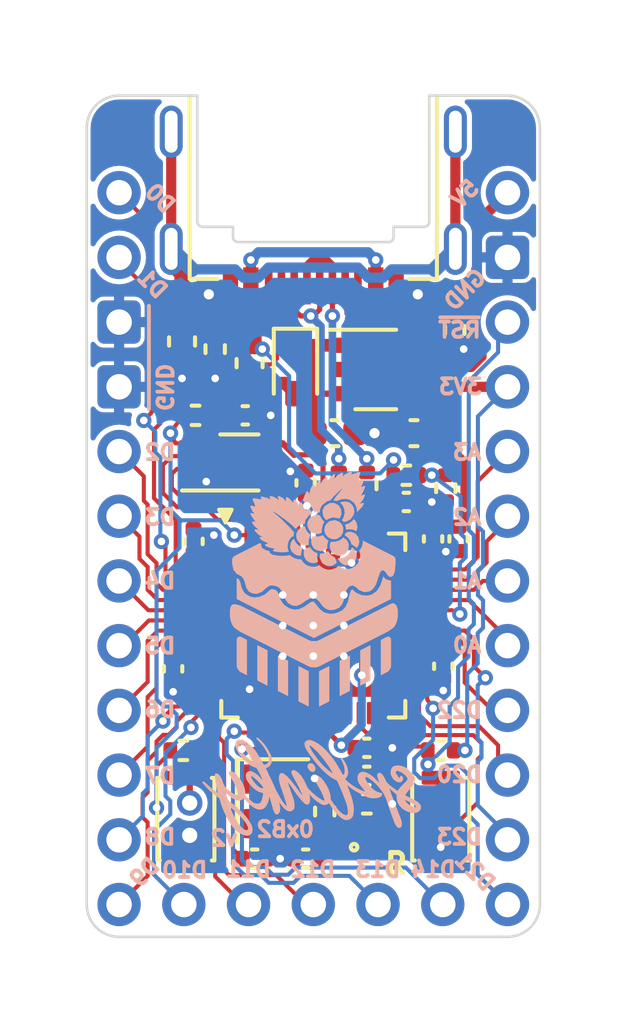
<source format=kicad_pcb>
(kicad_pcb (version 20211014) (generator pcbnew)
  (title_block (title "0xB2 - Splinky") (rev "2") (company "plut0nium"))
  (layers (0 "F.Cu" signal) (31 "B.Cu" signal) (34 "B.Paste" user) (35 "F.Paste" user) (36 "B.SilkS" user "B.Silkscreen") (37 "F.SilkS" user "F.Silkscreen") (38 "B.Mask" user) (39 "F.Mask" user) (44 "Edge.Cuts" user))
  (net 0 "")
  (net 1 "+5V")
  (net 2 "GND")
  (net 3 "+3V3")
  (net 4 "Net-(C3-Pad1)")
  (net 5 "Net-(C4-Pad1)")
  (net 6 "+1V1")
  (net 7 "Net-(D1-Pad1)")
  (net 8 "/LED")
  (net 9 "Net-(D2-Pad2)")
  (net 10 "VBUS")
  (net 11 "Net-(FB1-Pad2)")
  (net 13 "Net-(J1-PadA5)")
  (net 14 "/D-")
  (net 15 "/D+")
  (net 17 "Net-(J1-PadB5)")
  (net 18 "/D0")
  (net 19 "/D1")
  (net 20 "/D2")
  (net 21 "/D3")
  (net 22 "/D4")
  (net 23 "/D5")
  (net 24 "/D6")
  (net 25 "/D7")
  (net 26 "/D8")
  (net 27 "/D9")
  (net 28 "/D10")
  (net 29 "/D11")
  (net 30 "/D12")
  (net 31 "/D13")
  (net 32 "/D14")
  (net 33 "/MOSI")
  (net 34 "/MISO")
  (net 35 "/SCLK")
  (net 36 "/A0")
  (net 37 "/A1")
  (net 38 "/A2")
  (net 39 "/A3")
  (net 40 "/~{RESET}")
  (net 41 "/QSPI_~{CS}")
  (net 42 "Net-(R6-Pad2)")
  (net 43 "Net-(R7-Pad2)")
  (net 44 "Net-(R8-Pad2)")
  (net 49 "/VBUS_DET")
  (net 50 "/QSPI_D3")
  (net 51 "/QSPI_SCLK")
  (net 52 "/QSPI_D0")
  (net 53 "/QSPI_D2")
  (net 54 "/QSPI_D1")
  (net 56 "Net-(R3-Pad1)")
  (net 57 "/D21")
  (footprint "Capacitor_SMD:C_0402_1005Metric" (layer "F.Cu") (at 154.5 102.9)
    (fp_text reference "C14" hide)
    (fp_text value "100n")
  )
  (footprint "Capacitor_SMD:C_0402_1005Metric" (layer "F.Cu") (at 146.9 98.7 -90)
    (fp_text reference "C9" hide)
    (fp_text value "100n")
  )
  (footprint "Resistor_SMD:R_0402_1005Metric" (layer "F.Cu") (at 156.05 91.1 180)
    (fp_text reference "R10" hide)
    (fp_text value "5.1k")
  )
  (footprint "Capacitor_SMD:C_0402_1005Metric" (layer "F.Cu") (at 158.1 93.6 -90)
    (fp_text reference "C5" hide)
    (fp_text value "1µ")
  )
  (footprint "Diode_SMD:D_SOD-323" (layer "F.Cu") (at 151.7 86.85 -90)
    (fp_text reference "D2" hide)
    (fp_text value "B5817")
  )
  (footprint "Resistor_SMD:R_0402_1005Metric" (layer "F.Cu") (at 152.85 104.3 90)
    (fp_text reference "R8" hide)
    (fp_text value "1k")
  )
  (footprint "Package_TO_SOT_SMD:SOT-23-5" (layer "F.Cu") (at 154.85 86.95)
    (fp_text reference "U3" hide)
    (fp_text value "XC6210B332MR-G")
  )
  (footprint "Capacitor_SMD:C_0402_1005Metric" (layer "F.Cu") (at 147.7 93.7 90)
    (fp_text reference "C12" hide)
    (fp_text value "100n")
  )
  (footprint "Resistor_SMD:R_0402_1005Metric" (layer "F.Cu") (at 153.4 91.5 -90)
    (fp_text reference "R6" hide)
    (fp_text value "27")
  )
  (footprint "Fuse:Fuse_0603_1608Metric" (layer "F.Cu") (at 149.9 86.7 -90)
    (fp_text reference "F1" hide)
    (fp_text value "Polyfuse")
  )
  (footprint "0xLib_Connectors:PinHeader_1x05_P2.54mm" (layer "F.Cu") (at 147.32 107.95 90)
    (fp_text reference "J3" hide)
    (fp_text value "Conn_01x05")
  )
  (footprint "Capacitor_SMD:C_0402_1005Metric" (layer "F.Cu") (at 157.5 98.6 -90)
    (fp_text reference "C13" hide)
    (fp_text value "100n")
  )
  (footprint "Resistor_SMD:R_0402_1005Metric" (layer "F.Cu") (at 148.55 86.15 -90)
    (fp_text reference "R5" hide)
    (fp_text value "5.1k")
  )
  (footprint "Button_Switch_SMD:SW_SPST_CK_KXT3" (layer "F.Cu") (at 147.4 104.6 90)
    (fp_text reference "SW2" hide)
    (fp_text value "SW_Push")
  )
  (footprint "Capacitor_SMD:C_0402_1005Metric" (layer "F.Cu") (at 154.5 101.8)
    (fp_text reference "C8" hide)
    (fp_text value "100n")
  )
  (footprint "0xLib_Connectors:PinHeader_1x12_P2.54mm" (layer "F.Cu") (at 144.78 80.01)
    (fp_text reference "J2" hide)
    (fp_text value "Conn_01x12")
  )
  (footprint "0xLib_Package_DFN_QFN:USON-8-1EP_3x2mm_P0.5mm_EP0.25x1.65mm" (layer "F.Cu") (at 148.75 90.6)
    (fp_text reference "U2" hide)
    (fp_text value "W25Q32JVZP")
  )
  (footprint "Resistor_SMD:R_0402_1005Metric" (layer "F.Cu") (at 157.95 85.4 -90)
    (fp_text reference "R4" hide)
    (fp_text value "5.1k")
  )
  (footprint "0xLib_Connectors:PinHeader_1x12_P2.54mm" (layer "F.Cu") (at 160.02 107.95 180)
    (fp_text reference "J4" hide)
    (fp_text value "Conn_01x12")
  )
  (footprint "0xLib_USB_Type-C:USB_C_Receptacle_HRO_TYPE-C-31-M-14" (layer "F.Cu") (at 152.4 82.296 180)
    (fp_text reference "J1" hide)
    (fp_text value "USB_C_Receptacle_USB2.0")
  )
  (footprint "Resistor_SMD:R_0402_1005Metric" (layer "F.Cu") (at 157.4 101.9)
    (fp_text reference "R2" hide)
    (fp_text value "10k")
  )
  (footprint "Connector_PinHeader_1.27mm:PinHeader_1x02_P1.27mm_Vertical" (layer "F.Cu") (at 147.55 105.235 180)
    (fp_text reference "J5" hide)
    (fp_text value "Conn_01x02" hide)
  )
  (footprint "Capacitor_SMD:C_0402_1005Metric" (layer "F.Cu") (at 157.1 93.6 -90)
    (fp_text reference "C11" hide)
    (fp_text value "100n")
  )
  (footprint "Resistor_SMD:R_0402_1005Metric" (layer "F.Cu") (at 157.6 91.61 90)
    (fp_text reference "R11" hide)
    (fp_text value "10k")
  )
  (footprint "Crystal:Crystal_SMD_2520-4Pin_2.5x2.0mm" (layer "F.Cu") (at 150.8 103.9 -90)
    (fp_text reference "Y1" hide)
    (fp_text value "Crystal_GND24")
  )
  (footprint "Capacitor_SMD:C_0402_1005Metric" (layer "F.Cu") (at 149.73 88.75)
    (fp_text reference "C10" hide)
    (fp_text value "100n")
  )
  (footprint "Capacitor_SMD:C_0402_1005Metric" (layer "F.Cu") (at 152.1 106.15 180)
    (fp_text reference "C4" hide)
    (fp_text value "15p")
  )
  (footprint "Resistor_SMD:R_0402_1005Metric" (layer "F.Cu") (at 154.5 91.5 -90)
    (fp_text reference "R7" hide)
    (fp_text value "27")
  )
  (footprint "Inductor_SMD:L_0603_1608Metric" (layer "F.Cu") (at 147.25 85.85 90)
    (fp_text reference "FB1" hide)
    (fp_text value "FerriteBead_Small")
  )
  (footprint "Resistor_SMD:R_0402_1005Metric" (layer "F.Cu") (at 154.5 104 180)
    (fp_text reference "R1" hide)
    (fp_text value "1k")
  )
  (footprint "LED_SMD:LED_0402_1005Metric" (layer "F.Cu") (at 154.5 105.1)
    (fp_text reference "D1" hide)
    (fp_text value "LED")
  )
  (footprint "Capacitor_SMD:C_0402_1005Metric" (layer "F.Cu") (at 156.05 92.15)
    (fp_text reference "C6" hide)
    (fp_text value "1µ")
  )
  (footprint "Capacitor_SMD:C_0603_1608Metric" (layer "F.Cu") (at 156.35 89.45 180)
    (fp_text reference "C2" hide)
    (fp_text value "1µ")
  )
  (footprint "Button_Switch_SMD:SW_SPST_CK_KXT3" (layer "F.Cu") (at 157.4 104.6 90)
    (fp_text reference "SW1" hide)
    (fp_text value "SW_Push")
  )
  (footprint "Capacitor_SMD:C_0402_1005Metric" (layer "F.Cu") (at 152.1 91.4 90)
    (fp_text reference "C7" hide)
    (fp_text value "100n")
  )
  (footprint "Resistor_SMD:R_0402_1005Metric" (layer "F.Cu") (at 147.3 101.9 180)
    (fp_text reference "R3" hide)
    (fp_text value "1k")
  )
  (footprint "Resistor_SMD:R_0402_1005Metric" (layer "F.Cu") (at 147.78 88.75)
    (fp_text reference "R9" hide)
    (fp_text value "10k")
  )
  (footprint "Capacitor_SMD:C_0603_1608Metric" (layer "F.Cu") (at 153.25 89.45)
    (fp_text reference "C1" hide)
    (fp_text value "1µ")
  )
  (footprint "Capacitor_SMD:C_0402_1005Metric" (layer "F.Cu") (at 150.1 106.15)
    (fp_text reference "C3" hide)
    (fp_text value "15p")
  )
  (footprint "0xLib_Package_DFN_QFN:QFN-56-1EP_7x7mm_P0.4mm_EP3.2x3.2mm" (layer "F.Cu") (at 152.4 97)
    (fp_text reference "U1" hide)
    (fp_text value "RP2040")
  )
  (footprint "0xB2_drawings:splinky" (layer "B.Cu") (at 156.72248 101.3982 180)
    (fp_text reference "splinky" hide)
    (fp_text value "G*****" hide)
  )
  (footprint "0xB2_drawings:rb_cake" (layer "B.Cu") (at 155.922855 90.768505 180)
    (fp_text reference "rb_cake" hide)
    (fp_text value "G*****" hide)
  )
  (gr_line (start 145.95 84.45) (end 145.95 88.5) (layer "B.SilkS") (width 0.15))
  (gr_poly (pts (xy 148.95 92.95) (xy 148.7 92.45) (xy 149.2 92.45)) (layer "F.SilkS") (width 0.15) (fill solid))
  (gr_line (start 143.51 107.95) (end 143.51 77.47) (layer "Edge.Cuts") (width 0.1))
  (gr_line (start 148.05 81.35) (end 149.25 81.35) (layer "Edge.Cuts") (width 0.1))
  (gr_arc (start 155.55 81.75) (mid 155.491421 81.891421) (end 155.35 81.95) (layer "Edge.Cuts") (width 0.1))
  (gr_line (start 156.95 81.15) (end 156.95 76.2) (layer "Edge.Cuts") (width 0.1))
  (gr_arc (start 161.29 107.95) (mid 160.918026 108.848026) (end 160.02 109.22) (layer "Edge.Cuts") (width 0.1))
  (gr_line (start 147.85 76.2) (end 147.85 81.15) (layer "Edge.Cuts") (width 0.1))
  (gr_arc (start 144.78 109.22) (mid 143.881974 108.848026) (end 143.51 107.95) (layer "Edge.Cuts") (width 0.1))
  (gr_arc (start 156.95 81.15) (mid 156.891421 81.291421) (end 156.75 81.35) (layer "Edge.Cuts") (width 0.1))
  (gr_line (start 149.25 81.35) (end 149.25 81.75) (layer "Edge.Cuts") (width 0.1))
  (gr_line (start 161.29 77.47) (end 161.29 107.95) (layer "Edge.Cuts") (width 0.1))
  (gr_line (start 160.02 109.22) (end 144.78 109.22) (layer "Edge.Cuts") (width 0.1))
  (gr_line (start 144.78 76.2) (end 147.85 76.2) (layer "Edge.Cuts") (width 0.1))
  (gr_line (start 155.55 81.75) (end 155.55 81.35) (layer "Edge.Cuts") (width 0.1))
  (gr_arc (start 149.45 81.95) (mid 149.308579 81.891421) (end 149.25 81.75) (layer "Edge.Cuts") (width 0.1))
  (gr_line (start 156.95 76.2) (end 160.02 76.2) (layer "Edge.Cuts") (width 0.1))
  (gr_arc (start 148.05 81.35) (mid 147.908579 81.291421) (end 147.85 81.15) (layer "Edge.Cuts") (width 0.1))
  (gr_arc (start 160.02 76.2) (mid 160.918026 76.571974) (end 161.29 77.47) (layer "Edge.Cuts") (width 0.1))
  (gr_line (start 155.55 81.35) (end 156.75 81.35) (layer "Edge.Cuts") (width 0.1))
  (gr_arc (start 143.51 77.47) (mid 143.881974 76.571974) (end 144.78 76.2) (layer "Edge.Cuts") (width 0.1))
  (gr_line (start 149.45 81.95) (end 155.35 81.95) (layer "Edge.Cuts") (width 0.1))
  (gr_text "v2" (at 148.9 105.35) (layer "B.SilkS") (effects (font (size 0.6 0.6)) (justify mirror)))
  (gr_text "0xB2" (at 151.3 105) (layer "B.SilkS") (effects (font (size 0.6 0.6)) (justify mirror)))
  (segment (start 158.75 83.6) (end 158.77452 83.57548) (width 0.3) (layer "F.Cu") (net 1))
  (segment (start 158.75 85.587076) (end 158.999511 85.9) (width 0.4) (layer "F.Cu") (net 1))
  (segment (start 151.9 86) (end 151.7 85.8) (width 0.5) (layer "F.Cu") (net 1))
  (segment (start 158.589748 86.849511) (end 157.699511 86.849511) (width 0.4) (layer "F.Cu") (net 1))
  (segment (start 160.02 80.01) (end 158.8 81.23) (width 0.4) (layer "F.Cu") (net 1))
  (segment (start 152.5 86) (end 151.9 86) (width 0.5) (layer "F.Cu") (net 1))
  (segment (start 153.7125 87.9) (end 152.55 87.9) (width 0.25) (layer "F.Cu") (net 1))
  (segment (start 158.75 83.6) (end 158.75 85.587076) (width 0.4) (layer "F.Cu") (net 1))
  (segment (start 155.25 85.25) (end 154.5 86) (width 0.4) (layer "F.Cu") (net 1))
  (segment (start 158.999511 85.9) (end 158.999511 86.439748) (width 0.4) (layer "F.Cu") (net 1))
  (segment (start 157.1 85.6) (end 156.75 85.25) (width 0.4) (layer "F.Cu") (net 1))
  (segment (start 154.5 86) (end 153.7125 86) (width 0.4) (layer "F.Cu") (net 1))
  (segment (start 157.1 86.25) (end 157.1 85.6) (width 0.4) (layer "F.Cu") (net 1))
  (segment (start 152.55 86) (end 152.55 87.9) (width 0.5) (layer "F.Cu") (net 1))
  (segment (start 158.77452 83.57548) (end 158.77452 81.25) (width 0.3) (layer "F.Cu") (net 1))
  (segment (start 153.7125 86) (end 152.5 86) (width 0.5) (layer "F.Cu") (net 1))
  (segment (start 156.75 85.25) (end 155.25 85.25) (width 0.4) (layer "F.Cu") (net 1))
  (segment (start 152.55 89.025) (end 152.475 89.45) (width 0.5) (layer "F.Cu") (net 1))
  (segment (start 157.699511 86.849511) (end 157.1 86.25) (width 0.4) (layer "F.Cu") (net 1))
  (segment (start 152.55 87.9) (end 152.55 89.025) (width 0.5) (layer "F.Cu") (net 1))
  (segment (start 158.999511 86.439748) (end 158.589748 86.849511) (width 0.4) (layer "F.Cu") (net 1))
  (segment (start 154.9 89.3) (end 154.9 87.2) (width 0.4) (layer "F.Cu") (net 2))
  (segment (start 155.5 101.8) (end 154.98 101.8) (width 0.4) (layer "F.Cu") (net 2))
  (segment (start 147.2725 86.66) (end 147.25 86.6375) (width 0.4) (layer "F.Cu") (net 2))
  (segment (start 147.25 86.6375) (end 147.25 87.3) (width 0.4) (layer "F.Cu") (net 2))
  (segment (start 155.65 84) (end 155.65 83.671) (width 0.4) (layer "F.Cu") (net 2))
  (segment (start 151.5 90.95) (end 152.07 91) (width 0.25) (layer "F.Cu") (net 2))
  (segment (start 147.72 93.22) (end 147.7 93.22) (width 0.25) (layer "F.Cu") (net 2))
  (segment (start 150.58 106.15) (end 150.58 106.105) (width 0.25) (layer "F.Cu") (net 2))
  (segment (start 152.07 91) (end 152.1 90.97) (width 0.25) (layer "F.Cu") (net 2))
  (segment (start 154.65 86.95) (end 153.7125 86.95) (width 0.4) (layer "F.Cu") (net 2))
  (segment (start 150.25 104.925) (end 150.1 104.775) (width 0.25) (layer "F.Cu") (net 2))
  (segment (start 148.5 93.45) (end 148 93.45) (width 0.25) (layer "F.Cu") (net 2))
  (segment (start 151.194775 99.70048) (end 151.4 99.905705) (width 0.2) (layer "F.Cu") (net 2))
  (segment (start 157.08 92.12) (end 157.05 92.15) (width 0.16) (layer "F.Cu") (net 2))
  (segment (start 148.55 86.66) (end 148.55 87.3) (width 0.4) (layer "F.Cu") (net 2))
  (segment (start 155.5 104) (end 155.01 104) (width 0.25) (layer "F.Cu") (net 2))
  (segment (start 154.9 87.2) (end 154.65 86.95) (width 0.4) (layer "F.Cu") (net 2))
  (segment (start 147.55 106.075) (end 147.4 106.225) (width 0.4) (layer "F.Cu") (net 2))
  (segment (start 151.525 103) (end 151.5 103.025) (width 0.4) (layer "F.Cu") (net 2))
  (segment (start 157.6 92.12) (end 157.08 92.12) (width 0.16) (layer "F.Cu") (net 2))
  (segment (start 151.5 103.025) (end 150.1 104.775) (width 0.4) (layer "F.Cu") (net 2))
  (segment (start 147.45 91.35) (end 148.75 91.35) (width 0.25) (layer "F.Cu") (net 2))
  (segment (start 151.1 106.15) (end 151.62 106.15) (width 0.4) (layer "F.Cu") (net 2))
  (segment (start 150.58 106.105) (end 150.25 105.775) (width 0.25) (layer "F.Cu") (net 2))
  (segment (start 157.4 105.7) (end 157.4 106.225) (width 0.4) (layer "F.Cu") (net 2))
  (segment (start 156.5 84) (end 155.65 84) (width 0.4) (layer "F.Cu") (net 2))
  (segment (start 157.62 94.08) (end 157.6 94.1) (width 0.25) (layer "F.Cu") (net 2))
  (segment (start 154.98 102.9) (end 154.98 103.97) (width 0.25) (layer "F.Cu") (net 2))
  (segment (start 148 93.45) (end 147.72 93.22) (width 0.25) (layer "F.Cu") (net 2))
  (segment (start 150.25 105.775) (end 150.25 104.925) (width 0.25) (layer "F.Cu") (net 2))
  (segment (start 154.025 89.45) (end 154.8 89.45) (width 0.6) (layer "F.Cu") (net 2))
  (segment (start 150.21 88.75) (end 150.73 88.75) (width 0.25) (layer "F.Cu") (net 2))
  (segment (start 151.1 106.15) (end 150.58 106.15) (width 0.4) (layer "F.Cu") (net 2))
  (segment (start 154.98 101.8) (end 154.98 102.9) (width 0.25) (layer "F.Cu") (net 2))
  (segment (start 148.3 84) (end 149.15 84) (width 0.4) (layer "F.Cu") (net 2))
  (segment (start 150.58 106.15) (end 151.62 106.15) (width 0.4) (layer "F.Cu") (net 2))
  (segment (start 158.1 94.08) (end 157.62 94.08) (width 0.25) (layer "F.Cu") (net 2))
  (segment (start 146.9 99.28) (end 146.9 99.75) (width 0.25) (layer "F.Cu") (net 2))
  (segment (start 157.1 94.08) (end 157.58 94.08) (width 0.25) (layer "F.Cu") (net 2))
  (segment (start 157.58 94.08) (end 157.6 94.1) (width 0.25) (layer "F.Cu") (net 2))
  (segment (start 154.8 89.45) (end 155.5 89.45) (width 0.6) (layer "F.Cu") (net 2))
  (segment (start 147.55 105.235) (end 147.55 106.075) (width 0.4) (layer "F.Cu") (net 2))
  (segment (start 151.4 99.905705) (end 151.4 100.4375) (width 0.2) (layer "F.Cu") (net 2))
  (segment (start 150.10048 99.70048) (end 151.194775 99.70048) (width 0.2) (layer "F.Cu") (net 2))
  (segment (start 154.8 89.45) (end 154.9 89.3) (width 0.4) (layer "F.Cu") (net 2))
  (segment (start 149.15 84) (end 149.15 83.671) (width 0.4) (layer "F.Cu") (net 2))
  (segment (start 149.9 99.5) (end 150.10048 99.70048) (width 0.2) (layer "F.Cu") (net 2))
  (segment (start 148.75 91.35) (end 148.75 90.6) (width 0.25) (layer "F.Cu") (net 2))
  (segment (start 148.6 86.66) (end 147.2725 86.66) (width 0.4) (layer "F.Cu") (net 2))
  (segment (start 152.45 103) (end 151.525 103) (width 0.4) (layer "F.Cu") (net 2))
  (via (at 148.3 84) (size 0.8) (drill 0.4) (layers "F.Cu" "B.Cu") (net 2))
  (via (at 155.5 104) (size 0.6) (drill 0.3) (layers "F.Cu" "B.Cu") (net 2))
  (via (at 157.5 99.55) (size 0.6) (drill 0.3) (layers "F.Cu" "B.Cu") (net 2))
  (via (at 157.6 94.1) (size 0.6) (drill 0.3) (layers "F.Cu" "B.Cu") (net 2))
  (via (at 156.5 84) (size 0.8) (drill 0.4) (layers "F.Cu" "B.Cu") (net 2))
  (via (at 152.4 95.8) (size 0.6) (drill 0.3) (layers "F.Cu" "B.Cu") (net 2))
  (via (at 151.1 106.15) (size 0.6) (drill 0.3) (layers "F.Cu" "B.Cu") (net 2))
  (via (at 153.6 98.2) (size 0.6) (drill 0.3) (layers "F.Cu" "B.Cu") (net 2))
  (via (at 152.45 103) (size 0.6) (drill 0.3) (layers "F.Cu" "B.Cu") (net 2))
  (via (at 148.2 91.35) (size 0.6) (drill 0.3) (layers "F.Cu" "B.Cu") (net 2))
  (via (at 152.4 98.2) (size 0.6) (drill 0.3) (layers "F.Cu" "B.Cu") (net 2))
  (via (at 155.5 101.8) (size 0.6) (drill 0.3) (layers "F.Cu" "B.Cu") (net 2))
  (via (at 153.6 95.8) (size 0.6) (drill 0.3) (layers "F.Cu" "B.Cu") (net 2))
  (via (at 158.3 86.15) (size 0.6) (drill 0.3) (layers "F.Cu" "B.Cu") (net 2))
  (via (at 150.73 88.75) (size 0.6) (drill 0.3) (layers "F.Cu" "B.Cu") (net 2))
  (via (at 151.2 97) (size 0.6) (drill 0.3) (layers "F.Cu" "B.Cu") (net 2))
  (via (at 148.55 87.3) (size 0.6) (drill 0.3) (layers "F.Cu" "B.Cu") (net 2))
  (via (at 154.8 89.45) (size 0.8) (drill 0.4) (layers "F.Cu" "B.Cu") (net 2))
  (via (at 151.2 98.2) (size 0.6) (drill 0.3) (layers "F.Cu" "B.Cu") (net 2))
  (via (at 151.2 95.8) (size 0.6) (drill 0.3) (layers "F.Cu" "B.Cu") (net 2))
  (via (at 147.25 87.3) (size 0.6) (drill 0.3) (layers "F.Cu" "B.Cu") (net 2))
  (via (at 148.5 93.45) (size 0.6) (drill 0.3) (layers "F.Cu" "B.Cu") (net 2))
  (via (at 149.9 99.5) (size 0.6) (drill 0.3) (layers "F.Cu" "B.Cu") (net 2))
  (via (at 153.6 97) (size 0.6) (drill 0.3) (layers "F.Cu" "B.Cu") (net 2))
  (via (at 152.4 97) (size 0.6) (drill 0.3) (layers "F.Cu" "B.Cu") (net 2))
  (via (at 157.4 105.7) (size 0.6) (drill 0.3) (layers "F.Cu" "B.Cu") (net 2))
  (via (at 146.9 99.6) (size 0.6) (drill 0.3) (layers "F.Cu" "B.Cu") (net 2))
  (via (at 151.5 90.95) (size 0.6) (drill 0.3) (layers "F.Cu" "B.Cu") (net 2))
  (via (at 157.05 92.15) (size 0.6) (drill 0.3) (layers "F.Cu" "B.Cu") (net 2))
  (segment (start 152.6 100.4375) (end 152.6 101.7) (width 0.2) (layer "F.Cu") (net 3))
  (segment (start 153.87 102.75) (end 154.02 102.9) (width 0.2) (layer "F.Cu") (net 3))
  (segment (start 149.75 89.85) (end 149.25 89.35) (width 0.25) (layer "F.Cu") (net 3))
  (segment (start 156.35 86.6) (end 157.38 87.63) (width 0.4) (layer "F.Cu") (net 3))
  (segment (start 156.15 93.12) (end 157.1 93.12) (width 0.4) (layer "F.Cu") (net 3))
  (segment (start 154.682503 92.982503) (end 154.982503 92.982503) (width 0.2) (layer "F.Cu") (net 3))
  (segment (start 155 93.5625) (end 155 93) (width 0.2) (layer "F.Cu") (net 3))
  (segment (start 155.8375 98) (end 155 98) (width 0.2) (layer "F.Cu") (net 3))
  (segment (start 152.6 93.5625) (end 152.6 92.75) (width 0.2) (layer "F.Cu") (net 3))
  (segment (start 156.15 93.12) (end 156.15 94.4) (width 0.2) (layer "F.Cu") (net 3))
  (segment (start 147.22 98) (end 146.9 98.32) (width 0.2) (layer "F.Cu") (net 3))
  (segment (start 157.25 89.55) (end 157.25 89.275) (width 0.4) (layer "F.Cu") (net 3))
  (segment (start 148.29 88.75) (end 149.25 88.75) (width 0.25) (layer "F.Cu") (net 3))
  (segment (start 155.67 93.12) (end 155.532503 92.982503) (width 0.2) (layer "F.Cu") (net 3))
  (segment (start 158.1 93.12) (end 158.37048 92.84952) (width 0.4) (layer "F.Cu") (net 3))
  (segment (start 157.125 89.45) (end 157.3 89.275) (width 0.4) (layer "F.Cu") (net 3))
  (segment (start 156.35 86.6) (end 156.35 86) (width 0.4) (layer "F.Cu") (net 3))
  (segment (start 155.8375 98) (end 157.53 98) (width 0.2) (layer "F.Cu") (net 3))
  (segment (start 157.3 87.63) (end 157.58 87.63) (width 0.4) (layer "F.Cu") (net 3))
  (segment (start 152.78048 90.58048) (end 152.78048 92.53048) (width 0.2) (layer "F.Cu") (net 3))
  (segment (start 149.25 89.35) (end 149.25 88.75) (width 0.25) (layer "F.Cu") (net 3))
  (segment (start 156.35 86) (end 155.9875 86) (width 0.4) (layer "F.Cu") (net 3))
  (segment (start 155 93.5625) (end 155 94.4) (width 0.2) (layer "F.Cu") (net 3))
  (segment (start 147.92 94.4) (end 147.7 94.18) (width 0.2) (layer "F.Cu") (net 3))
  (segment (start 150.15 89.85) (end 149.75 89.85) (width 0.25) (layer "F.Cu") (net 3))
  (segment (start 155 93) (end 154.982503 92.982503) (width 0.2) (layer "F.Cu") (net 3))
  (segment (start 157.38 87.63) (end 157.58 87.63) (width 0.4) (layer "F.Cu") (net 3))
  (segment (start 155 94.4) (end 155.8375 94.4) (width 0.2) (layer "F.Cu") (net 3))
  (segment (start 153 93.5625) (end 153 94.4) (width 0.2) (layer "F.Cu") (net 3))
  (segment (start 154.6 93.5625) (end 154.6 94.4) (width 0.2) (layer "F.Cu") (net 3))
  (segment (start 152.78048 92.53048) (end 153 92.75) (width 0.2) (layer "F.Cu") (net 3))
  (segment (start 157.3 89.275) (end 157.3 87.63) (width 0.4) (layer "F.Cu") (net 3))
  (segment (start 151.2 89.85) (end 150.05 89.85) (width 0.25) (layer "F.Cu") (net 3))
  (segment (start 156.15 93.12) (end 155.67 93.12) (width 0.2) (layer "F.Cu") (net 3))
  (segment (start 148.9625 98) (end 147.22 98) (width 0.2) (layer "F.Cu") (net 3))
  (segment (start 153.65 102.75) (end 153.87 102.75) (width 0.2) (layer "F.Cu") (net 3))
  (segment (start 151.65 90.3) (end 151.2 89.85) (width 0.25) (layer "F.Cu") (net 3))
  (segment (start 148.9625 98) (end 150 98) (width 0.2) (layer "F.Cu") (net 3))
  (segment (start 152.6 92.75) (end 152.8 92.55) (width 0.2) (layer "F.Cu") (net 3))
  (segment (start 148.9625 94.4) (end 149.8 94.4) (width 0.2) (layer "F.Cu") (net 3))
  (segment (start 157.91 101.9) (end 158.35 101.9) (width 0.25) (layer "F.Cu") (net 3))
  (segment (start 154.6 93.5625) (end 154.6 93.065006) (width 0.2) (layer "F.Cu") (net 3))
  (segment (start 155.532503 92.982503) (end 154.982503 92.982503) (width 0.2) (layer "F.Cu") (net 3))
  (segment (start 152.5 90.3) (end 152.78048 90.58048) (width 0.2) (layer "F.Cu") (net 3))
  (segment (start 152.6 100.4375) (end 152.6 99.6) (width 0.2) (layer "F.Cu") (net 3))
  (segment (start 154.6 93.065006) (end 154.682503 92.982503) (width 0.2) (layer "F.Cu") (net 3))
  (segment (start 153 92.75) (end 153 93.5625) (width 0.2) (layer "F.Cu") (net 3))
  (segment (start 158.37048 90.67048) (end 157.25 89.55) (width 0.4) (layer "F.Cu") (net 3))
  (segment (start 148.9625 94.4) (end 147.92 94.4) (width 0.2) (layer "F.Cu") (net 3))
  (segment (start 151.65 90.3) (end 152.5 90.3) (width 0.2) (layer "F.Cu") (net 3))
  (segment (start 158.37048 92.84952) (end 158.37048 90.67048) (width 0.4) (layer "F.Cu") (net 3))
  (segment (start 158.1 93.12) (end 157.1 93.12) (width 0.4) (layer "F.Cu") (net 3))
  (segment (start 152.6 101.7) (end 153.65 102.75) (width 0.2) (layer "F.Cu") (net 3))
  (segment (start 157.58 87.63) (end 160.02 87.63) (width 0.4) (layer "F.Cu") (net 3))
  (segment (start 152.6 93.5625) (end 152.6 94.4) (width 0.2) (layer "F.Cu") (net 3))
  (via (at 158.35 101.9) (size 0.6) (drill 0.3) (layers "F.Cu" "B.Cu") (net 3))
  (segment (start 159.05952 96.00952) (end 158.85952 95.80952) (width 0.16) (layer "B.Cu") (net 3))
  (segment (start 159.05952 93.30952) (end 158.85952 93.10952) (width 0.16) (layer "B.Cu") (net 3))
  (segment (start 158.85 97.3) (end 159.05952 97.09048) (width 0.16) (layer "B.Cu") (net 3))
  (segment (start 159.05952 97.09048) (end 159.05952 96.00952) (width 0.16) (layer "B.Cu") (net 3))
  (segment (start 158.439031 101.810969) (end 158.439031 98.901192) (width 0.16) (layer "B.Cu") (net 3))
  (segment (start 158.35 101.9) (end 158.439031 101.810969) (width 0.16) (layer "B.Cu") (net 3))
  (segment (start 158.85952 93.10952) (end 158.85952 88.79048) (width 0.16) (layer "B.Cu") (net 3))
  (segment (start 158.439031 98.901192) (end 158.85 98.490223) (width 0.16) (layer "B.Cu") (net 3))
  (segment (start 158.85 98.490223) (end 158.85 97.3) (width 0.16) (layer "B.Cu") (net 3))
  (segment (start 159.05952 94.64048) (end 159.05952 93.30952) (width 0.16) (layer "B.Cu") (net 3))
  (segment (start 158.85952 95.80952) (end 158.85952 94.84048) (width 0.16) (layer "B.Cu") (net 3))
  (segment (start 158.85952 88.79048) (end 160.02 87.63) (width 0.16) (layer "B.Cu") (net 3))
  (segment (start 158.85952 94.84048) (end 159.05952 94.64048) (width 0.16) (layer "B.Cu") (net 3))
  (segment (start 150.95 102.1) (end 151.6 102.1) (width 0.16) (layer "F.Cu") (net 4))
  (segment (start 151.8 101.9) (end 151.8 100.4375) (width 0.16) (layer "F.Cu") (net 4))
  (segment (start 150.1 103.025) (end 150.1 102.95) (width 0.16) (layer "F.Cu") (net 4))
  (segment (start 150.1 103.025) (end 150.1 103.1) (width 0.16) (layer "F.Cu") (net 4))
  (segment (start 151.6 102.1) (end 151.8 101.9) (width 0.16) (layer "F.Cu") (net 4))
  (segment (start 150.1 102.95) (end 150.95 102.1) (width 0.16) (layer "F.Cu") (net 4))
  (segment (start 149.25 103.95) (end 149.25 105.78) (width 0.16) (layer "F.Cu") (net 4))
  (segment (start 150.1 103.1) (end 149.25 103.95) (width 0.16) (layer "F.Cu") (net 4))
  (segment (start 149.25 105.78) (end 149.62 106.15) (width 0.16) (layer "F.Cu") (net 4))
  (segment (start 151.5 104.775) (end 152.58 106.15) (width 0.25) (layer "F.Cu") (net 5))
  (segment (start 152.9 104.81) (end 151.535 104.81) (width 0.2) (layer "F.Cu") (net 5))
  (segment (start 155.57 92.19) (end 155.57 92.15) (width 0.2) (layer "F.Cu") (net 6))
  (segment (start 153.92 101.7) (end 154.02 101.8) (width 0.2) (layer "F.Cu") (net 6))
  (segment (start 154.35952 95) (end 154.35952 98.664564) (width 0.32) (layer "F.Cu") (net 6))
  (segment (start 154.2 94.24048) (end 153.9 94.54048) (width 0.2) (layer "F.Cu") (net 6))
  (segment (start 153 101.2) (end 153 100.4375) (width 0.2) (layer "F.Cu") (net 6))
  (segment (start 153.5 101.7) (end 153 101.2) (width 0.2) (layer "F.Cu") (net 6))
  (segment (start 155.18048 92.57952) (end 155.57 92.19) (width 0.2) (layer "F.Cu") (net 6))
  (segment (start 154.35952 98.89048) (end 154.35952 98.664564) (width 0.32) (layer "F.Cu") (net 6))
  (segment (start 154.2 93.5625) (end 154.2 94.24048) (width 0.2) (layer "F.Cu") (net 6))
  (segment (start 152.2 93.5625) (end 152.2 92.03) (width 0.2) (layer "F.Cu") (net 6))
  (segment (start 154.52048 92.57952) (end 155.18048 92.57952) (width 0.2) (layer "F.Cu") (net 6))
  (segment (start 153.5 101.7) (end 153.92 101.7) (width 0.2) (layer "F.Cu") (net 6))
  (segment (start 152.2 92.03) (end 152.1 91.93) (width 0.2) (layer "F.Cu") (net 6))
  (segment (start 154.3 98.95) (end 154.35952 98.89048) (width 0.32) (layer "F.Cu") (net 6))
  (segment (start 153.9 94.54048) (end 154.35952 95) (width 0.32) (layer "F.Cu") (net 6))
  (segment (start 154.2 93.5625) (end 154.2 92.9) (width 0.2) (layer "F.Cu") (net 6))
  (segment (start 154.2 92.9) (end 154.52048 92.57952) (width 0.2) (layer "F.Cu") (net 6))
  (via (at 153.9 94.54048) (size 0.6) (drill 0.3) (layers "F.Cu" "B.Cu") (net 6))
  (via (at 153.5 101.7) (size 0.6) (drill 0.3) (layers "F.Cu" "B.Cu") (net 6))
  (via (at 154.3 98.95) (size 0.6) (drill 0.3) (layers "F.Cu" "B.Cu") (net 6))
  (via (at 152.15 92.3) (size 0.6) (drill 0.3) (layers "F.Cu" "B.Cu") (net 6))
  (segment (start 154.3 100.9) (end 154.3 98.95) (width 0.32) (layer "B.Cu") (net 6))
  (segment (start 153.04048 94.54048) (end 152.15 93.65) (width 0.3) (layer "B.Cu") (net 6))
  (segment (start 153.5 101.7) (end 154.3 100.9) (width 0.32) (layer "B.Cu") (net 6))
  (segment (start 153.9 94.54048) (end 153.04048 94.54048) (width 0.3) (layer "B.Cu") (net 6))
  (segment (start 152.15 93.65) (end 152.15 92.3) (width 0.3) (layer "B.Cu") (net 6))
  (segment (start 153.99 104) (end 153.99 105.075) (width 0.2) (layer "F.Cu") (net 7))
  (segment (start 158.675 101.3) (end 159 101.625) (width 0.16) (layer "F.Cu") (net 8))
  (segment (start 155 100.75) (end 155.85 100.75) (width 0.16) (layer "F.Cu") (net 8))
  (segment (start 156.4 101.3) (end 158.675 101.3) (width 0.16) (layer "F.Cu") (net 8))
  (segment (start 158.85 103.95) (end 157.7 105.1) (width 0.16) (layer "F.Cu") (net 8))
  (segment (start 155.85 100.75) (end 156.4 101.3) (width 0.16) (layer "F.Cu") (net 8))
  (segment (start 155 100.4375) (end 155 100.75) (width 0.16) (layer "F.Cu") (net 8))
  (segment (start 159 101.625) (end 159 102.1) (width 0.16) (layer "F.Cu") (net 8))
  (segment (start 159 102.1) (end 158.85 102.25) (width 0.16) (layer "F.Cu") (net 8))
  (segment (start 158.85 102.25) (end 158.85 103.95) (width 0.16) (layer "F.Cu") (net 8))
  (segment (start 157.7 105.1) (end 154.985 105.1) (width 0.16) (layer "F.Cu") (net 8))
  (segment (start 151.7 87.9) (end 151.2875 87.4875) (width 0.5) (layer "F.Cu") (net 9))
  (segment (start 151.2875 87.4875) (end 149.9 87.4875) (width 0.5) (layer "F.Cu") (net 9))
  (segment (start 149.95 84.95) (end 149.95 85.8625) (width 0.5) (layer "F.Cu") (net 10))
  (segment (start 149.95 83.671) (end 149.95 84.95) (width 0.5) (layer "F.Cu") (net 10))
  (segment (start 149.95 85.8625) (end 150.4 86.15) (width 0.4) (layer "F.Cu") (net 10))
  (segment (start 149.95 82.65) (end 149.95 83.671) (width 0.4) (layer "F.Cu") (net 10))
  (segment (start 155.54 90.64) (end 155.54 91.1) (width 0.16) (layer "F.Cu") (net 10))
  (segment (start 155.55 90.5) (end 155.54 90.64) (width 0.16) (layer "F.Cu") (net 10))
  (segment (start 154.85 83.671) (end 154.85 82.65) (width 0.4) (layer "F.Cu") (net 10))
  (via (at 155.55 90.5) (size 0.6) (drill 0.3) (layers "F.Cu" "B.Cu") (net 10))
  (via (at 149.95 82.65) (size 0.6) (drill 0.3) (layers "F.Cu" "B.Cu") (net 10))
  (via (at 150.4 86.15) (size 0.6) (drill 0.3) (layers "F.Cu" "B.Cu") (net 10))
  (via (at 154.85 82.65) (size 0.6) (drill 0.3) (layers "F.Cu" "B.Cu") (net 10))
  (segment (start 151.45 90) (end 151.45 87.2) (width 0.16) (layer "B.Cu") (net 10))
  (segment (start 154.55 82.35) (end 150.25 82.35) (width 0.4) (layer "B.Cu") (net 10))
  (segment (start 155.55 90.5) (end 155.020489 91.029511) (width 0.16) (layer "B.Cu") (net 10))
  (segment (start 154.85 82.65) (end 154.55 82.35) (width 0.4) (layer "B.Cu") (net 10))
  (segment (start 155.020489 91.029511) (end 152.479511 91.029511) (width 0.16) (layer "B.Cu") (net 10))
  (segment (start 152.479511 91.029511) (end 151.45 90) (width 0.16) (layer "B.Cu") (net 10))
  (segment (start 150.25 82.35) (end 149.95 82.65) (width 0.4) (layer "B.Cu") (net 10))
  (segment (start 151.45 87.2) (end 150.4 86.15) (width 0.16) (layer "B.Cu") (net 10))
  (segment (start 146.825 77.616) (end 146.825 82.216) (width 0.4) (layer "F.Cu") (net 11))
  (segment (start 147.25 85.0625) (end 147.25 83.2) (width 0.6) (layer "F.Cu") (net 11))
  (segment (start 146.825 82.775) (end 146.825 82.216) (width 0.6) (layer "F.Cu") (net 11))
  (segment (start 147.25 83.2) (end 146.825 82.775) (width 0.6) (layer "F.Cu") (net 11))
  (segment (start 157.975 77.616) (end 157.975 82.216) (width 0.4) (layer "F.Cu") (net 11))
  (segment (start 147.629521 83.020521) (end 146.825 82.216) (width 0.6) (layer "B.Cu") (net 11))
  (segment (start 154.560252 83.349511) (end 154.160261 82.94952) (width 0.4) (layer "B.Cu") (net 11))
  (segment (start 157.975 82.216) (end 157.170479 83.020521) (width 0.6) (layer "B.Cu") (net 11))
  (segment (start 149.660252 83.349511) (end 149.331262 83.020521) (width 0.4) (layer "B.Cu") (net 11))
  (segment (start 150.239748 83.349511) (end 149.660252 83.349511) (width 0.4) (layer "B.Cu") (net 11))
  (segment (start 155.139748 83.349511) (end 154.560252 83.349511) (width 0.4) (layer "B.Cu") (net 11))
  (segment (start 155.468738 83.020521) (end 155.139748 83.349511) (width 0.4) (layer "B.Cu") (net 11))
  (segment (start 154.160261 82.94952) (end 150.639739 82.94952) (width 0.4) (layer "B.Cu") (net 11))
  (segment (start 149.331262 83.020521) (end 147.629521 83.020521) (width 0.4) (layer "B.Cu") (net 11))
  (segment (start 150.639739 82.94952) (end 150.239748 83.349511) (width 0.4) (layer "B.Cu") (net 11))
  (segment (start 157.170479 83.020521) (end 155.468738 83.020521) (width 0.4) (layer "B.Cu") (net 11))
  (segment (start 153.7 83.721) (end 153.65 83.671) (width 0.16) (layer "F.Cu") (net 13))
  (segment (start 153.7 84.75) (end 153.7 83.721) (width 0.16) (layer "F.Cu") (net 13))
  (segment (start 154.65 85) (end 153.95 85) (width 0.16) (layer "F.Cu") (net 13))
  (segment (start 153.95 85) (end 153.7 84.75) (width 0.16) (layer "F.Cu") (net 13))
  (segment (start 157.95 84.89) (end 157.83048 84.77048) (width 0.16) (layer "F.Cu") (net 13))
  (segment (start 157.83048 84.77048) (end 154.87952 84.77048) (width 0.16) (layer "F.Cu") (net 13))
  (segment (start 154.87952 84.77048) (end 154.65 85) (width 0.16) (layer "F.Cu") (net 13))
  (segment (start 152.3 82.65) (end 153 82.65) (width 0.2) (layer "F.Cu") (net 14))
  (segment (start 152.15 82.8) (end 152.3 82.65) (width 0.2) (layer "F.Cu") (net 14))
  (segment (start 153 82.65) (end 153.15 82.8) (width 0.2) (layer "F.Cu") (net 14))
  (segment (start 153.15 84.85) (end 153.15 83.671) (width 0.2) (layer "F.Cu") (net 14))
  (segment (start 152.15 83.671) (end 152.15 82.8) (width 0.2) (layer "F.Cu") (net 14))
  (segment (start 153.15 82.8) (end 153.15 83.671) (width 0.2) (layer "F.Cu") (net 14))
  (via (at 153.15 84.85) (size 0.6) (drill 0.3) (layers "F.Cu" "B.Cu") (net 14))
  (via (at 154.5 90.45) (size 0.6) (drill 0.3) (layers "F.Cu" "B.Cu") (net 14))
  (segment (start 153.15 84.85) (end 153.15 89.1) (width 0.3) (layer "B.Cu") (net 14))
  (segment (start 153.15 89.1) (end 154.5 90.45) (width 0.3) (layer "B.Cu") (net 14))
  (segment (start 152.65 84.6) (end 152.65 83.671) (width 0.2) (layer "F.Cu") (net 15))
  (segment (start 151.9 84.85) (end 151.65 84.6) (width 0.2) (layer "F.Cu") (net 15))
  (segment (start 152.4 84.85) (end 152.65 84.6) (width 0.2) (layer "F.Cu") (net 15))
  (segment (start 151.65 84.6) (end 151.65 83.671) (width 0.2) (layer "F.Cu") (net 15))
  (segment (start 152.3 84.85) (end 151.9 84.85) (width 0.2) (layer "F.Cu") (net 15))
  (segment (start 152.3 84.85) (end 152.4 84.85) (width 0.2) (layer "F.Cu") (net 15))
  (via (at 153.4 90.45) (size 0.6) (drill 0.3) (layers "F.Cu" "B.Cu") (net 15))
  (via (at 152.3 84.85) (size 0.6) (drill 0.3) (layers "F.Cu" "B.Cu") (net 15))
  (segment (start 152.3 84.85) (end 152.7 85.25) (width 0.3) (layer "B.Cu") (net 15))
  (segment (start 152.7 85.25) (end 152.7 89.3) (width 0.3) (layer "B.Cu") (net 15))
  (segment (start 153.4 90) (end 153.4 90.45) (width 0.3) (layer "B.Cu") (net 15))
  (segment (start 152.7 89.3) (end 153.4 90) (width 0.3) (layer "B.Cu") (net 15))
  (segment (start 150.979511 85.379511) (end 150.65 85.05) (width 0.16) (layer "F.Cu") (net 17))
  (segment (start 148.595 85.64) (end 149.14952 86.19452) (width 0.16) (layer "F.Cu") (net 17))
  (segment (start 149.14952 86.49952) (end 149.4 86.75) (width 0.16) (layer "F.Cu") (net 17))
  (segment (start 149.14952 86.19452) (end 149.14952 86.49952) (width 0.16) (layer "F.Cu") (net 17))
  (segment (start 150.65 85.05) (end 150.65 83.671) (width 0.16) (layer "F.Cu") (net 17))
  (segment (start 148.55 85.64) (end 148.595 85.64) (width 0.16) (layer "F.Cu") (net 17))
  (segment (start 149.4 86.75) (end 150.75 86.75) (width 0.16) (layer "F.Cu") (net 17))
  (segment (start 150.75 86.75) (end 150.979511 86.520489) (width 0.16) (layer "F.Cu") (net 17))
  (segment (start 150.979511 86.520489) (end 150.979511 85.379511) (width 0.16) (layer "F.Cu") (net 17))
  (segment (start 146.4 83.6) (end 146.4 89.062985) (width 0.16) (layer "F.Cu") (net 18))
  (segment (start 144.78 80.01) (end 146 81.23) (width 0.16) (layer "F.Cu") (net 18))
  (segment (start 147 92.85) (end 147 94.6) (width 0.16) (layer "F.Cu") (net 18))
  (segment (start 146 81.23) (end 146 83.2) (width 0.16) (layer "F.Cu") (net 18))
  (segment (start 146.15 89.312985) (end 146.15 92) (width 0.16) (layer "F.Cu") (net 18))
  (segment (start 146.15 92) (end 147 92.85) (width 0.16) (layer "F.Cu") (net 18))
  (segment (start 146 83.2) (end 146.4 83.6) (width 0.16) (layer "F.Cu") (net 18))
  (segment (start 147 94.6) (end 147.2 94.8) (width 0.16) (layer "F.Cu") (net 18))
  (segment (start 147.2 94.8) (end 148.9625 94.8) (width 0.16) (layer "F.Cu") (net 18))
  (segment (start 146.4 89.062985) (end 146.15 89.312985) (width 0.16) (layer "F.Cu") (net 18))
  (segment (start 145.75 88.95) (end 146.05 88.65) (width 0.16) (layer "F.Cu") (net 19))
  (segment (start 146.05 83.95) (end 144.78 82.68) (width 0.16) (layer "F.Cu") (net 19))
  (segment (start 146.9 95.2) (end 146.6 94.9) (width 0.16) (layer "F.Cu") (net 19))
  (segment (start 144.78 82.68) (end 144.78 82.55) (width 0.16) (layer "F.Cu") (net 19))
  (segment (start 148.9625 95.2) (end 146.9 95.2) (width 0.16) (layer "F.Cu") (net 19))
  (segment (start 146.4 93.7) (end 146.4395 93.7) (width 0.16) (layer "F.Cu") (net 19))
  (segment (start 146.6 93.9) (end 146.4 93.7) (width 0.16) (layer "F.Cu") (net 19))
  (segment (start 146.6 94.9) (end 146.6 93.9) (width 0.16) (layer "F.Cu") (net 19))
  (segment (start 146.05 88.65) (end 146.05 83.95) (width 0.16) (layer "F.Cu") (net 19))
  (via (at 145.75 88.95) (size 0.6) (drill 0.3) (layers "F.Cu" "B.Cu") (net 19))
  (via (at 146.4395 93.7) (size 0.6) (drill 0.3) (layers "F.Cu" "B.Cu") (net 19))
  (segment (start 146.4 93.6605) (end 146.4395 93.7) (width 0.16) (layer "B.Cu") (net 19))
  (segment (start 145.75 88.95) (end 146.2 89.4) (width 0.16) (layer "B.Cu") (net 19))
  (segment (start 146.2 90.2) (end 146.4 90.4) (width 0.16) (layer "B.Cu") (net 19))
  (segment (start 146.2 89.4) (end 146.2 90.2) (width 0.16) (layer "B.Cu") (net 19))
  (segment (start 146.4 90.4) (end 146.4 93.6605) (width 0.16) (layer "B.Cu") (net 19))
  (segment (start 145.75 92.1) (end 145.75 91.14) (width 0.16) (layer "F.Cu") (net 20))
  (segment (start 146.5 95.6) (end 146.25 95.35) (width 0.16) (layer "F.Cu") (net 20))
  (segment (start 145.9 92.25) (end 145.75 92.1) (width 0.16) (layer "F.Cu") (net 20))
  (segment (start 146.25 94.55) (end 145.9 94.2) (width 0.16) (layer "F.Cu") (net 20))
  (segment (start 148.9625 95.6) (end 146.5 95.6) (width 0.16) (layer "F.Cu") (net 20))
  (segment (start 146.25 95.35) (end 146.25 94.55) (width 0.16) (layer "F.Cu") (net 20))
  (segment (start 145.75 91.14) (end 144.78 90.17) (width 0.16) (layer "F.Cu") (net 20))
  (segment (start 145.9 94.2) (end 145.9 92.25) (width 0.16) (layer "F.Cu") (net 20))
  (segment (start 145.58048 93.51048) (end 144.78 92.71) (width 0.16) (layer "F.Cu") (net 21))
  (segment (start 145.9 94.7) (end 145.58048 94.38048) (width 0.16) (layer "F.Cu") (net 21))
  (segment (start 145.58048 94.38048) (end 145.58048 93.51048) (width 0.16) (layer "F.Cu") (net 21))
  (segment (start 148.9625 96) (end 146.3 96) (width 0.16) (layer "F.Cu") (net 21))
  (segment (start 145.9 95.6) (end 145.9 94.7) (width 0.16) (layer "F.Cu") (net 21))
  (segment (start 146.3 96) (end 145.9 95.6) (width 0.16) (layer "F.Cu") (net 21))
  (segment (start 145.93 96.4) (end 144.78 95.25) (width 0.16) (layer "F.Cu") (net 22))
  (segment (start 148.9625 96.4) (end 145.93 96.4) (width 0.16) (layer "F.Cu") (net 22))
  (segment (start 144.96 97.79) (end 144.78 97.79) (width 0.16) (layer "F.Cu") (net 23))
  (segment (start 145.95 96.8) (end 144.96 97.79) (width 0.16) (layer "F.Cu") (net 23))
  (segment (start 148.9625 96.8) (end 145.95 96.8) (width 0.16) (layer "F.Cu") (net 23))
  (segment (start 148.9625 97.2) (end 146.3 97.2) (width 0.16) (layer "F.Cu") (net 24))
  (segment (start 145.9 99.21) (end 144.78 100.33) (width 0.16) (layer "F.Cu") (net 24))
  (segment (start 145.9 97.6) (end 145.9 99.21) (width 0.16) (layer "F.Cu") (net 24))
  (segment (start 146.3 97.2) (end 145.9 97.6) (width 0.16) (layer "F.Cu") (net 24))
  (segment (start 146.25 99.45) (end 145.9 99.8) (width 0.16) (layer "F.Cu") (net 25))
  (segment (start 146.25 97.85) (end 146.25 99.45) (width 0.16) (layer "F.Cu") (net 25))
  (segment (start 145.9 101.75) (end 144.78 102.87) (width 0.16) (layer "F.Cu") (net 25))
  (segment (start 148.9625 97.6) (end 146.5 97.6) (width 0.16) (layer "F.Cu") (net 25))
  (segment (start 146.5 97.6) (end 146.25 97.85) (width 0.16) (layer "F.Cu") (net 25))
  (segment (start 145.9 99.8) (end 145.9 101.75) (width 0.16) (layer "F.Cu") (net 25))
  (segment (start 147.85 98.4) (end 148.9625 98.4) (width 0.16) (layer "F.Cu") (net 26))
  (segment (start 146.5 100.75) (end 146.5 100.625) (width 0.16) (layer "F.Cu") (net 26))
  (segment (start 146.945489 100.179511) (end 147.140042 100.179511) (width 0.16) (layer "F.Cu") (net 26))
  (segment (start 147.55 98.7) (end 147.85 98.4) (width 0.16) (layer "F.Cu") (net 26))
  (segment (start 147.140042 100.179511) (end 147.55 99.769553) (width 0.16) (layer "F.Cu") (net 26))
  (segment (start 147.55 99.769553) (end 147.55 98.7) (width 0.16) (layer "F.Cu") (net 26))
  (segment (start 146.5 100.625) (end 146.945489 100.179511) (width 0.16) (layer "F.Cu") (net 26))
  (via (at 146.5 100.75) (size 0.6) (drill 0.3) (layers "F.Cu" "B.Cu") (net 26))
  (segment (start 145.9 103.4) (end 145.710489 103.589511) (width 0.16) (layer "B.Cu") (net 26))
  (segment (start 146.5 100.75) (end 145.9 101.35) (width 0.16) (layer "B.Cu") (net 26))
  (segment (start 145.9 101.35) (end 145.9 103.4) (width 0.16) (layer "B.Cu") (net 26))
  (segment (start 145.710489 104.479511) (end 144.78 105.41) (width 0.16) (layer "B.Cu") (net 26))
  (segment (start 145.710489 103.589511) (end 145.710489 104.479511) (width 0.16) (layer "B.Cu") (net 26))
  (segment (start 145.7 104.525) (end 145.9 104.725) (width 0.16) (layer "F.Cu") (net 27))
  (segment (start 145.9 103.55) (end 145.7 103.75) (width 0.16) (layer "F.Cu") (net 27))
  (segment (start 147.039511 100.973474) (end 146.723474 101.289511) (width 0.16) (layer "F.Cu") (net 27))
  (segment (start 146.723474 101.289511) (end 146.510489 101.289511) (width 0.16) (layer "F.Cu") (net 27))
  (segment (start 146.25 101.55) (end 146.25 101.95) (width 0.16) (layer "F.Cu") (net 27))
  (segment (start 145.9 104.725) (end 145.9 106.83) (width 0.16) (layer "F.Cu") (net 27))
  (segment (start 145.7 103.75) (end 145.7 104.525) (width 0.16) (layer "F.Cu") (net 27))
  (segment (start 146.25 101.95) (end 145.9 102.3) (width 0.16) (layer "F.Cu") (net 27))
  (segment (start 147.039511 100.760489) (end 147.039511 100.973474) (width 0.16) (layer "F.Cu") (net 27))
  (segment (start 147.9 99) (end 147.9 99.9) (width 0.16) (layer "F.Cu") (net 27))
  (segment (start 148.9625 98.8) (end 148.1 98.8) (width 0.16) (layer "F.Cu") (net 27))
  (segment (start 147.9 99.9) (end 147.039511 100.760489) (width 0.16) (layer "F.Cu") (net 27))
  (segment (start 146.510489 101.289511) (end 146.25 101.55) (width 0.16) (layer "F.Cu") (net 27))
  (segment (start 145.9 106.83) (end 144.78 107.95) (width 0.16) (layer "F.Cu") (net 27))
  (segment (start 148.1 98.8) (end 147.9 99) (width 0.16) (layer "F.Cu") (net 27))
  (segment (start 145.9 102.3) (end 145.9 103.55) (width 0.16) (layer "F.Cu") (net 27))
  (segment (start 148.25 100.15) (end 148.25 99.35) (width 0.16) (layer "F.Cu") (net 28))
  (segment (start 147.6 100.8) (end 148.25 100.15) (width 0.16) (layer "F.Cu") (net 28))
  (segment (start 147.6 101) (end 147.6 100.8) (width 0.16) (layer "F.Cu") (net 28))
  (segment (start 148.4 99.2) (end 148.9625 99.2) (width 0.16) (layer "F.Cu") (net 28))
  (segment (start 148.25 99.35) (end 148.4 99.2) (width 0.16) (layer "F.Cu") (net 28))
  (via (at 147.6 101) (size 0.6) (drill 0.3) (layers "F.Cu" "B.Cu") (net 28))
  (segment (start 146.6 103.693507) (end 146.789511 103.883018) (width 0.16) (layer "B.Cu") (net 28))
  (segment (start 146.789511 104.410489) (end 146.15 105.05) (width 0.16) (layer "B.Cu") (net 28))
  (segment (start 147.6 101) (end 146.6 102) (width 0.16) (layer "B.Cu") (net 28))
  (segment (start 146.789511 103.883018) (end 146.789511 104.410489) (width 0.16) (layer "B.Cu") (net 28))
  (segment (start 146.15 105.05) (end 146.15 106.78) (width 0.16) (layer "B.Cu") (net 28))
  (segment (start 146.6 102) (end 146.6 103.693507) (width 0.16) (layer "B.Cu") (net 28))
  (segment (start 146.15 106.78) (end 147.32 107.95) (width 0.16) (layer "B.Cu") (net 28))
  (segment (start 148.9625 99.6) (end 148.7 99.6) (width 0.16) (layer "F.Cu") (net 29))
  (segment (start 148.55 106.85) (end 149.65 107.95) (width 0.16) (layer "F.Cu") (net 29))
  (segment (start 148.55 101.8) (end 148.55 106.85) (width 0.16) (layer "F.Cu") (net 29))
  (segment (start 148.7 100.25) (end 148.35 100.6) (width 0.16) (layer "F.Cu") (net 29))
  (segment (start 148.7 99.6) (end 148.7 100.25) (width 0.16) (layer "F.Cu") (net 29))
  (segment (start 148.35 101.6) (end 148.55 101.8) (width 0.16) (layer "F.Cu") (net 29))
  (segment (start 149.86 107.95) (end 149.65 107.95) (width 0.16) (layer "F.Cu") (net 29))
  (segment (start 148.35 100.6) (end 148.35 101.6) (width 0.16) (layer "F.Cu") (net 29))
  (segment (start 149.8 100.4375) (end 149.8 100.5) (width 0.16) (layer "F.Cu") (net 30))
  (segment (start 152.1 107.95) (end 152.4 107.95) (width 0.16) (layer "F.Cu") (net 30))
  (segment (start 149.8 100.5) (end 149 100.5) (width 0.16) (layer "F.Cu") (net 30))
  (segment (start 150.95 106.8) (end 152.1 107.95) (width 0.16) (layer "F.Cu") (net 30))
  (segment (start 148.9 106.6) (end 149.1 106.8) (width 0.16) (layer "F.Cu") (net 30))
  (segment (start 149.1 106.8) (end 150.95 106.8) (width 0.16) (layer "F.Cu") (net 30))
  (segment (start 149 100.5) (end 148.7 100.8) (width 0.16) (layer "F.Cu") (net 30))
  (segment (start 148.7 100.8) (end 148.7 101.39813) (width 0.16) (layer "F.Cu") (net 30))
  (segment (start 148.7 101.39813) (end 148.9 101.59813) (width 0.16) (layer "F.Cu") (net 30))
  (segment (start 148.9 101.59813) (end 148.9 106.6) (width 0.16) (layer "F.Cu") (net 30))
  (segment (start 150.05 101.2) (end 150.2 101.05) (width 0.16) (layer "F.Cu") (net 31))
  (segment (start 149.35 101.2) (end 150.05 101.2) (width 0.16) (layer "F.Cu") (net 31))
  (segment (start 149.3 101.15) (end 149.35 101.2) (width 0.16) (layer "F.Cu") (net 31))
  (segment (start 150.2 101.05) (end 150.2 100.4375) (width 0.16) (layer "F.Cu") (net 31))
  (via (at 149.3 101.15) (size 0.6) (drill 0.3) (layers "F.Cu" "B.Cu") (net 31))
  (segment (start 149.25 102.306493) (end 149.25 106.35) (width 0.16) (layer "B.Cu") (net 31))
  (segment (start 149.7 106.8) (end 150.35 106.8) (width 0.16) (layer "B.Cu") (net 31))
  (segment (start 150.65 107.1) (end 151.625 107.1) (width 0.16) (layer "B.Cu") (net 31))
  (segment (start 150.35 106.8) (end 150.65 107.1) (width 0.16) (layer "B.Cu") (net 31))
  (segment (start 151.625 107.1) (end 151.9 106.825) (width 0.16) (layer "B.Cu") (net 31))
  (segment (start 149.3 101.15) (end 149 101.45) (width 0.16) (layer "B.Cu") (net 31))
  (segment (start 149 102.056493) (end 149.25 102.306493) (width 0.16) (layer "B.Cu") (net 31))
  (segment (start 149.25 106.35) (end 149.7 106.8) (width 0.16) (layer "B.Cu") (net 31))
  (segment (start 153.815 106.825) (end 154.94 107.95) (width 0.16) (layer "B.Cu") (net 31))
  (segment (start 149 101.45) (end 149 102.056493) (width 0.16) (layer "B.Cu") (net 31))
  (segment (start 151.9 106.825) (end 153.815 106.825) (width 0.16) (layer "B.Cu") (net 31))
  (segment (start 149.6 101.85) (end 150.25 101.85) (width 0.16) (layer "F.Cu") (net 32))
  (segment (start 150.6 101.5) (end 150.6 100.4375) (width 0.16) (layer "F.Cu") (net 32))
  (segment (start 150.25 101.85) (end 150.6 101.5) (width 0.16) (layer "F.Cu") (net 32))
  (via (at 149.6 101.85) (size 0.6) (drill 0.3) (layers "F.Cu" "B.Cu") (net 32))
  (segment (start 150.50548 106.48048) (end 150.80548 106.78048) (width 0.16) (layer "B.Cu") (net 32))
  (segment (start 151.41952 106.78048) (end 151.7 106.5) (width 0.16) (layer "B.Cu") (net 32))
  (segment (start 149.6 106.2) (end 149.88048 106.48048) (width 0.16) (layer "B.Cu") (net 32))
  (segment (start 149.88048 106.48048) (end 150.50548 106.48048) (width 0.16) (layer "B.Cu") (net 32))
  (segment (start 149.6 101.85) (end 149.6 106.2) (width 0.16) (layer "B.Cu") (net 32))
  (segment (start 156.03 106.5) (end 157.48 107.95) (width 0.16) (layer "B.Cu") (net 32))
  (segment (start 150.80548 106.78048) (end 151.41952 106.78048) (width 0.16) (layer "B.Cu") (net 32))
  (segment (start 151.7 106.5) (end 156.03 106.5) (width 0.16) (layer "B.Cu") (net 32))
  (segment (start 158.35 97.2) (end 158.7 97.55) (width 0.16) (layer "F.Cu") (net 33))
  (segment (start 155.8375 97.2) (end 156.725 97.2) (width 0.16) (layer "F.Cu") (net 33))
  (segment (start 158.7 98.6) (end 159.15 99.05) (width 0.16) (layer "F.Cu") (net 33))
  (segment (start 157.887015 97.05) (end 158.037015 97.2) (width 0.16) (layer "F.Cu") (net 33))
  (segment (start 156.725 97.2) (end 156.875 97.05) (width 0.16) (layer "F.Cu") (net 33))
  (segment (start 156.875 97.05) (end 157.887015 97.05) (width 0.16) (layer "F.Cu") (net 33))
  (segment (start 158.037015 97.2) (end 158.35 97.2) (width 0.16) (layer "F.Cu") (net 33))
  (segment (start 158.7 97.55) (end 158.7 98.6) (width 0.16) (layer "F.Cu") (net 33))
  (via (at 159.15 99.05) (size 0.6) (drill 0.3) (layers "F.Cu" "B.Cu") (net 33))
  (segment (start 158.85 102.334776) (end 158.85 104.05) (width 0.16) (layer "B.Cu") (net 33))
  (segment (start 158.85 104.05) (end 160.02 105.22) (width 0.16) (layer "B.Cu") (net 33))
  (segment (start 159.15 99.05) (end 158.85 99.35) (width 0.16) (layer "B.Cu") (net 33))
  (segment (start 159 102.184776) (end 158.85 102.334776) (width 0.16) (layer "B.Cu") (net 33))
  (segment (start 159 101.590223) (end 159 102.184776) (width 0.16) (layer "B.Cu") (net 33))
  (segment (start 160.02 105.22) (end 160.02 105.41) (width 0.16) (layer "B.Cu") (net 33))
  (segment (start 158.85 99.35) (end 158.85 101.440223) (width 0.16) (layer "B.Cu") (net 33))
  (segment (start 158.85 101.440223) (end 159 101.590223) (width 0.16) (layer "B.Cu") (net 33))
  (segment (start 156.55 99) (end 156.55 100.5) (width 0.16) (layer "F.Cu") (net 34))
  (segment (start 159.65 102.5) (end 160.02 102.87) (width 0.16) (layer "F.Cu") (net 34))
  (segment (start 157 100.95) (end 158.9 100.95) (width 0.16) (layer "F.Cu") (net 34))
  (segment (start 155.8375 98.8) (end 156.35 98.8) (width 0.16) (layer "F.Cu") (net 34))
  (segment (start 156.55 100.5) (end 157 100.95) (width 0.16) (layer "F.Cu") (net 34))
  (segment (start 158.9 100.95) (end 159.65 101.7) (width 0.16) (layer "F.Cu") (net 34))
  (segment (start 159.65 101.7) (end 159.65 102.5) (width 0.16) (layer "F.Cu") (net 34))
  (segment (start 156.35 98.8) (end 156.55 99) (width 0.16) (layer "F.Cu") (net 34))
  (segment (start 157.001869 97.45) (end 157.835145 97.45) (width 0.16) (layer "F.Cu") (net 35))
  (segment (start 158.33952 97.78952) (end 158.33952 99.23952) (width 0.16) (layer "F.Cu") (net 35))
  (segment (start 155.8375 97.6) (end 156.851869 97.6) (width 0.16) (layer "F.Cu") (net 35))
  (segment (start 157.904665 97.51952) (end 158.06952 97.51952) (width 0.16) (layer "F.Cu") (net 35))
  (segment (start 156.851869 97.6) (end 157.001869 97.45) (width 0.16) (layer "F.Cu") (net 35))
  (segment (start 159.43 100.33) (end 160.02 100.33) (width 0.16) (layer "F.Cu") (net 35))
  (segment (start 157.835145 97.45) (end 157.904665 97.51952) (width 0.16) (layer "F.Cu") (net 35))
  (segment (start 158.06952 97.51952) (end 158.33952 97.78952) (width 0.16) (layer "F.Cu") (net 35))
  (segment (start 158.33952 99.23952) (end 159.43 100.33) (width 0.16) (layer "F.Cu") (net 35))
  (segment (start 160.02 97.52) (end 160.02 97.79) (width 0.16) (layer "F.Cu") (net 36))
  (segment (start 155.8375 96) (end 158.5 96) (width 0.16) (layer "F.Cu") (net 36))
  (segment (start 158.5 96) (end 160.02 97.52) (width 0.16) (layer "F.Cu") (net 36))
  (segment (start 155.8375 95.6) (end 158.7 95.6) (width 0.16) (layer "F.Cu") (net 37))
  (segment (start 158.7 95.6) (end 159.05 95.25) (width 0.16) (layer "F.Cu") (net 37))
  (segment (start 159.05 95.25) (end 160.02 95.25) (width 0.16) (layer "F.Cu") (net 37))
  (segment (start 159.2 93.7) (end 160.02 92.88) (width 0.16) (layer "F.Cu") (net 38))
  (segment (start 158.529198 95.2) (end 159.2 94.529198) (width 0.16) (layer "F.Cu") (net 38))
  (segment (start 155.8375 95.2) (end 158.529198 95.2) (width 0.16) (layer "F.Cu") (net 38))
  (segment (start 159.2 94.529198) (end 159.2 93.7) (width 0.16) (layer "F.Cu") (net 38))
  (segment (start 160.02 92.88) (end 160.02 92.71) (width 0.16) (layer "F.Cu") (net 38))
  (segment (start 158.35 94.8) (end 158.85 94.3) (width 0.16) (layer "F.Cu") (net 39))
  (segment (start 158.85 94.3) (end 158.85 91.34) (width 0.16) (layer "F.Cu") (net 39))
  (segment (start 155.8375 94.8) (end 158.35 94.8) (width 0.16) (layer "F.Cu") (net 39))
  (segment (start 158.85 91.34) (end 160.02 90.17) (width 0.16) (layer "F.Cu") (net 39))
  (segment (start 156.9 101.91) (end 156.74 101.75) (width 0.16) (layer "F.Cu") (net 40))
  (segment (start 157.4 102.975) (end 156.925 102.975) (width 0.25) (layer "F.Cu") (net 40))
  (segment (start 154.48548 101.21048) (end 154.2 100.925) (width 0.16) (layer "F.Cu") (net 40))
  (segment (start 156.9 102.45) (end 156.9 101.91) (width 0.16) (layer "F.Cu") (net 40))
  (segment (start 154.2 100.925) (end 154.2 100.4375) (width 0.16) (layer "F.Cu") (net 40))
  (segment (start 156.269553 101.75) (end 155.730033 101.21048) (width 0.16) (layer "F.Cu") (net 40))
  (segment (start 156.74 101.75) (end 156.269553 101.75) (width 0.16) (layer "F.Cu") (net 40))
  (segment (start 156.925 102.975) (end 156.89 102.94) (width 0.25) (layer "F.Cu") (net 40))
  (segment (start 156.89 102.94) (end 156.89 101.9) (width 0.25) (layer "F.Cu") (net 40))
  (segment (start 156.9 102.45) (end 156.89 101.9) (width 0.16) (layer "F.Cu") (net 40))
  (segment (start 155.730033 101.21048) (end 154.48548 101.21048) (width 0.16) (layer "F.Cu") (net 40))
  (via (at 156.9 102.45) (size 0.6) (drill 0.3) (layers "F.Cu" "B.Cu") (net 40))
  (segment (start 156.9 102.45) (end 157.75 101.6) (width 0.16) (layer "B.Cu") (net 40))
  (segment (start 159.65 86.275657) (end 159.65 85.3) (width 0.16) (layer "B.Cu") (net 40))
  (segment (start 158.7 96.158438) (end 158.5 95.958438) (width 0.16) (layer "B.Cu") (net 40))
  (segment (start 158.49048 98.220525) (end 158.49048 97.151082) (width 0.16) (layer "B.Cu") (net 40))
  (segment (start 158.5 87.425657) (end 159.65 86.275657) (width 0.16) (layer "B.Cu") (net 40))
  (segment (start 158.079511 98.631494) (end 158.49048 98.220525) (width 0.16) (layer "B.Cu") (net 40))
  (segment (start 158.7 93.458438) (end 158.5 93.258438) (width 0.16) (layer "B.Cu") (net 40))
  (segment (start 158.5 95.958438) (end 158.5 94.691562) (width 0.16) (layer "B.Cu") (net 40))
  (segment (start 158.5 94.691562) (end 158.7 94.491562) (width 0.16) (layer "B.Cu") (net 40))
  (segment (start 157.75 100.159777) (end 158.079511 99.830266) (width 0.16) (layer "B.Cu") (net 40))
  (segment (start 158.7 96.941562) (end 158.7 96.158438) (width 0.16) (layer "B.Cu") (net 40))
  (segment (start 157.75 101.6) (end 157.75 100.159777) (width 0.16) (layer "B.Cu") (net 40))
  (segment (start 158.5 93.258438) (end 158.5 87.425657) (width 0.16) (layer "B.Cu") (net 40))
  (segment (start 158.7 94.491562) (end 158.7 93.458438) (width 0.16) (layer "B.Cu") (net 40))
  (segment (start 158.49048 97.151082) (end 158.7 96.941562) (width 0.16) (layer "B.Cu") (net 40))
  (segment (start 158.079511 99.830266) (end 158.079511 98.631494) (width 0.16) (layer "B.Cu") (net 40))
  (segment (start 147.27 88.75) (end 146.796318 89.45) (width 0.16) (layer "F.Cu") (net 41))
  (segment (start 146.79 101.98) (end 146.79 101.9) (width 0.16) (layer "F.Cu") (net 41))
  (segment (start 146.25 102.52) (end 146.79 101.98) (width 0.16) (layer "F.Cu") (net 41))
  (segment (start 149.3 93.45) (end 149.8 93.45) (width 0.16) (layer "F.Cu") (net 41))
  (segment (start 146.998159 89.85) (end 146.796318 89.45) (width 0.16) (layer "F.Cu") (net 41))
  (segment (start 149.8 93.45) (end 149.8 93.5625) (width 0.16) (layer "F.Cu") (net 41))
  (segment (start 147.45 89.85) (end 146.998159 89.85) (width 0.16) (layer "F.Cu") (net 41))
  (segment (start 146.25 104.15) (end 146.25 102.52) (width 0.16) (layer "F.Cu") (net 41))
  (via (at 146.25 104.15) (size 0.6) (drill 0.3) (layers "F.Cu" "B.Cu") (net 41))
  (via (at 149.3 93.45) (size 0.6) (drill 0.3) (layers "F.Cu" "B.Cu") (net 41))
  (via (at 146.796318 89.45) (size 0.6) (drill 0.3) (layers "F.Cu" "B.Cu") (net 41))
  (segment (start 146.25 104.15) (end 146.25 101.8) (width 0.16) (layer "B.Cu") (net 41))
  (segment (start 147.229511 92.870489) (end 147.15 92.95) (width 0.16) (layer "B.Cu") (net 41))
  (segment (start 147.15 92.825) (end 147.15 93.45) (width 0.16) (layer "B.Cu") (net 41))
  (segment (start 147.15 93.95) (end 147.15 93.45) (width 0.16) (layer "B.Cu") (net 41))
  (segment (start 149.3 93.45) (end 149.3 93.430447) (width 0.16) (layer "B.Cu") (net 41))
  (segment (start 147.039511 100.489511) (end 146.729511 100.179511) (width 0.16) (layer "B.Cu") (net 41))
  (segment (start 146.729511 100.179511) (end 146.529511 100.179511) (width 0.16) (layer "B.Cu") (net 41))
  (segment (start 146.25 99.9) (end 146.25 94.85) (width 0.16) (layer "B.Cu") (net 41))
  (segment (start 146.25 101.8) (end 147.039511 101.010489) (width 0.16) (layer "B.Cu") (net 41))
  (segment (start 146.529511 100.179511) (end 146.25 99.9) (width 0.16) (layer "B.Cu") (net 41))
  (segment (start 147.15 92.95) (end 147.15 93.45) (width 0.16) (layer "B.Cu") (net 41))
  (segment (start 148.740042 92.870489) (end 147.229511 92.870489) (width 0.16) (layer "B.Cu") (net 41))
  (segment (start 146.25 94.85) (end 147.15 93.95) (width 0.16) (layer "B.Cu") (net 41))
  (segment (start 147.039511 101.010489) (end 147.039511 100.489511) (width 0.16) (layer "B.Cu") (net 41))
  (segment (start 146.796318 89.45) (end 146.796318 92.471318) (width 0.16) (layer "B.Cu") (net 41))
  (segment (start 146.796318 92.471318) (end 147.15 92.825) (width 0.16) (layer "B.Cu") (net 41))
  (segment (start 149.3 93.430447) (end 148.740042 92.870489) (width 0.16) (layer "B.Cu") (net 41))
  (segment (start 153.4 93.5625) (end 153.4 92.01) (width 0.16) (layer "F.Cu") (net 42))
  (segment (start 153.8 92.655) (end 154.445 92.01) (width 0.16) (layer "F.Cu") (net 43))
  (segment (start 154.445 92.01) (end 154.5 92.01) (width 0.16) (layer "F.Cu") (net 43))
  (segment (start 153.8 93.5625) (end 153.8 92.655) (width 0.16) (layer "F.Cu") (net 43))
  (segment (start 153.029511 102.729511) (end 153.029511 103.610489) (width 0.16) (layer "F.Cu") (net 44))
  (segment (start 152.2 101.9) (end 153.029511 102.729511) (width 0.16) (layer "F.Cu") (net 44))
  (segment (start 153.029511 103.610489) (end 152.85 103.79) (width 0.16) (layer "F.Cu") (net 44))
  (segment (start 152.2 100.4375) (end 152.2 101.9) (width 0.16) (layer "F.Cu") (net 44))
  (segment (start 157.6 91.1) (end 157.05 91.1) (width 0.16) (layer "F.Cu") (net 49))
  (segment (start 158.15 96.55) (end 157.85 96.4) (width 0.16) (layer "F.Cu") (net 49))
  (segment (start 157.05 91.1) (end 156.56 91.1) (width 0.16) (layer "F.Cu") (net 49))
  (segment (start 157.85 96.4) (end 155.8375 96.4) (width 0.16) (layer "F.Cu") (net 49))
  (via (at 158.15 96.55) (size 0.6) (drill 0.3) (layers "F.Cu" "B.Cu") (net 49))
  (via (at 157.05 91.1) (size 0.6) (drill 0.3) (layers "F.Cu" "B.Cu") (net 49))
  (segment (start 158.15 96.55) (end 158.15 94.55) (width 0.16) (layer "B.Cu") (net 49))
  (segment (start 158.38048 93.590788) (end 158.18048 93.390787) (width 0.16) (layer "B.Cu") (net 49))
  (segment (start 158.18048 91.93048) (end 157.05 91.1) (width 0.16) (layer "B.Cu") (net 49))
  (segment (start 158.15 94.55) (end 158.38048 94.31952) (width 0.16) (layer "B.Cu") (net 49))
  (segment (start 158.18048 93.390787) (end 158.18048 91.93048) (width 0.16) (layer "B.Cu") (net 49))
  (segment (start 158.38048 94.31952) (end 158.38048 93.590788) (width 0.16) (layer "B.Cu") (net 49))
  (segment (start 150.55 90.35) (end 150.920489 90.720489) (width 0.16) (layer "F.Cu") (net 50))
  (segment (start 150.920489 90.720489) (end 150.920489 91.91675) (width 0.16) (layer "F.Cu") (net 50))
  (segment (start 150.920489 91.91675) (end 151.8 92.796261) (width 0.16) (layer "F.Cu") (net 50))
  (segment (start 150.05 90.35) (end 150.55 90.35) (width 0.16) (layer "F.Cu") (net 50))
  (segment (start 151.8 92.796261) (end 151.8 93.5625) (width 0.16) (layer "F.Cu") (net 50))
  (segment (start 150.05 90.85) (end 150.45 90.85) (width 0.16) (layer "F.Cu") (net 51))
  (segment (start 150.45 90.85) (end 150.600969 91.000969) (width 0.16) (layer "F.Cu") (net 51))
  (segment (start 151.4 92.848131) (end 151.4 93.5625) (width 0.16) (layer "F.Cu") (net 51))
  (segment (start 150.600969 91.000969) (end 150.600969 92.049099) (width 0.16) (layer "F.Cu") (net 51))
  (segment (start 150.600969 92.049099) (end 151.4 92.848131) (width 0.16) (layer "F.Cu") (net 51))
  (segment (start 149.55 91.45) (end 149.65 91.35) (width 0.16) (layer "F.Cu") (net 52))
  (segment (start 149.65 92.15) (end 149.55 92.05) (width 0.16) (layer "F.Cu") (net 52))
  (segment (start 150.25 92.15) (end 149.65 92.15) (width 0.16) (layer "F.Cu") (net 52))
  (segment (start 149.65 91.35) (end 150.15 91.35) (width 0.16) (layer "F.Cu") (net 52))
  (segment (start 149.55 92.05) (end 149.55 91.45) (width 0.16) (layer "F.Cu") (net 52))
  (segment (start 151 92.9) (end 150.25 92.15) (width 0.16) (layer "F.Cu") (net 52))
  (segment (start 151 93.5625) (end 151 92.9) (width 0.16) (layer "F.Cu") (net 52))
  (segment (start 146.85 91.6) (end 146.85 91.05) (width 0.16) (layer "F.Cu") (net 53))
  (segment (start 146.85 91.05) (end 147.05 90.85) (width 0.16) (layer "F.Cu") (net 53))
  (segment (start 148.930447 92.5) (end 148.430447 92) (width 0.16) (layer "F.Cu") (net 53))
  (segment (start 147.25 92) (end 146.85 91.6) (width 0.16) (layer "F.Cu") (net 53))
  (segment (start 150.6 93) (end 150.1 92.5) (width 0.16) (layer "F.Cu") (net 53))
  (segment (start 150.1 92.5) (end 148.930447 92.5) (width 0.16) (layer "F.Cu") (net 53))
  (segment (start 150.6 93.5625) (end 150.6 93) (width 0.16) (layer "F.Cu") (net 53))
  (segment (start 147.05 90.85) (end 147.55 90.85) (width 0.16) (layer "F.Cu") (net 53))
  (segment (start 148.430447 92) (end 147.25 92) (width 0.16) (layer "F.Cu") (net 53))
  (segment (start 146.5 91.8) (end 146.5 90.7) (width 0.16) (layer "F.Cu") (net 54))
  (segment (start 148.160489 92.360489) (end 147.060489 92.360489) (width 0.16) (layer "F.Cu") (net 54))
  (segment (start 150.2 93.115557) (end 149.934443 92.85) (width 0.16) (layer "F.Cu") (net 54))
  (segment (start 147.060489 92.360489) (end 146.5 91.8) (width 0.16) (layer "F.Cu") (net 54))
  (segment (start 148.65 92.85) (end 148.160489 92.360489) (width 0.16) (layer "F.Cu") (net 54))
  (segment (start 149.934443 92.85) (end 148.65 92.85) (width 0.16) (layer "F.Cu") (net 54))
  (segment (start 150.2 93.5625) (end 150.2 93.115557) (width 0.16) (layer "F.Cu") (net 54))
  (segment (start 146.5 90.7) (end 146.85 90.35) (width 0.16) (layer "F.Cu") (net 54))
  (segment (start 146.85 90.35) (end 147.55 90.35) (width 0.16) (layer "F.Cu") (net 54))
  (segment (start 147.55 103.125) (end 147.4 102.975) (width 0.25) (layer "F.Cu") (net 56))
  (segment (start 147.55 103.965) (end 147.55 103.125) (width 0.25) (layer "F.Cu") (net 56))
  (segment (start 147.81 102) (end 147.81 102.975) (width 0.25) (layer "F.Cu") (net 56))
  (segment (start 147.81 102.975) (end 147.4 102.975) (width 0.25) (layer "F.Cu") (net 56))
  (segment (start 156.86952 98.71952) (end 156.86952 99.9) (width 0.16) (layer "F.Cu") (net 57))
  (segment (start 156.55 98.4) (end 156.86952 98.71952) (width 0.16) (layer "F.Cu") (net 57))
  (segment (start 156.86952 99.9) (end 157.1 100.25) (width 0.16) (layer "F.Cu") (net 57))
  (segment (start 155.8375 98.4) (end 156.55 98.4) (width 0.16) (layer "F.Cu") (net 57))
  (via (at 157.1 100.25) (size 0.6) (drill 0.3) (layers "F.Cu" "B.Cu") (net 57))
  (segment (start 157.612985 102.5) (end 158.130447 102.5) (width 0.16) (layer "B.Cu") (net 57))
  (segment (start 156.360489 102.760489) (end 156.589511 102.989511) (width 0.16) (layer "B.Cu") (net 57))
  (segment (start 156.360489 102.226526) (end 156.360489 102.760489) (width 0.16) (layer "B.Cu") (net 57))
  (segment (start 158.130447 102.5) (end 158.45 102.819553) (width 0.16) (layer "B.Cu") (net 57))
  (segment (start 158.45 104.4) (end 158.85 104.8) (width 0.16) (layer "B.Cu") (net 57))
  (segment (start 158.85 104.8) (end 158.85 106.78) (width 0.16) (layer "B.Cu") (net 57))
  (segment (start 156.589511 102.989511) (end 157.123474 102.989511) (width 0.16) (layer "B.Cu") (net 57))
  (segment (start 158.45 102.819553) (end 158.45 104.4) (width 0.16) (layer "B.Cu") (net 57))
  (segment (start 157.1 100.25) (end 157.1 101.487015) (width 0.16) (layer "B.Cu") (net 57))
  (segment (start 158.85 106.78) (end 160.02 107.95) (width 0.16) (layer "B.Cu") (net 57))
  (segment (start 157.1 101.487015) (end 156.360489 102.226526) (width 0.16) (layer "B.Cu") (net 57))
  (segment (start 157.123474 102.989511) (end 157.612985 102.5) (width 0.16) (layer "B.Cu") (net 57))
  (zone (net 3) (net_name "+3V3") (layer "F.Cu") (name "3V3") (connect_pads yes (clearance 0.15)) (min_thickness 0.15) (fill yes (thermal_gap 0.15) (thermal_bridge_width 0.4))
    (polygon (pts (xy 155.2 99.8) (xy 149.6 99.8) (xy 149.6 94.2) (xy 155.2 94.2)))
  )
  (zone (net 2) (net_name "GND") (layer "B.Cu") (name "GND") (connect_pads (clearance 0.15)) (min_thickness 0.2) (fill yes (thermal_gap 0.15) (thermal_bridge_width 0.4) (smoothing fillet) (radius 0.5))
    (polygon (pts (xy 161.29 90.2) (xy 158.79 90.2) (xy 158.79 106.72) (xy 146.01 106.72) (xy 146.01 90.2) (xy 143.51 90.2) (xy 143.51 76.2) (xy 161.29 76.2)))
  )
  (zone (net 0) (net_name "") (layer "B.Cu") (name "SHIELD") (connect_pads (clearance 0)) (min_thickness 0.254)
    (keepout (tracks allowed) (vias allowed) (pads allowed) (copperpour not_allowed) (footprints allowed))
    (fill (thermal_gap 0.508) (thermal_bridge_width 0.508))
    (polygon (pts (xy 158.300014 82.251853) (xy 146.5 82.25) (xy 146.5 75.5) (xy 158.250014 75.501853)))
  )
)
</source>
